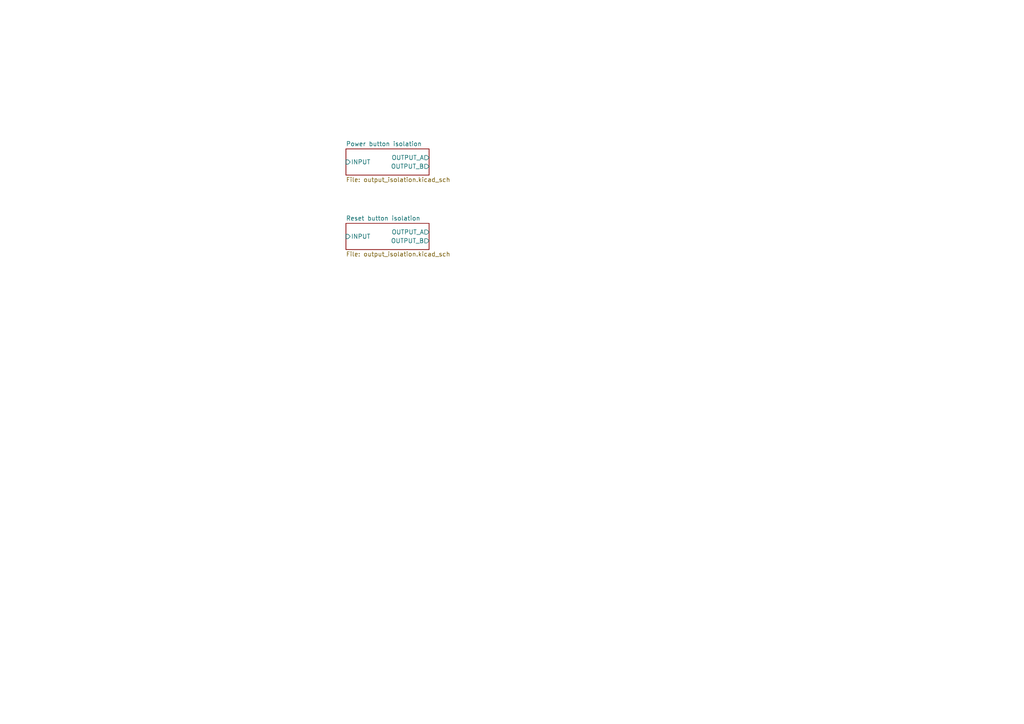
<source format=kicad_sch>
(kicad_sch
	(version 20231120)
	(generator "eeschema")
	(generator_version "8.0")
	(uuid "93ec4f7a-ca5b-4786-8e71-704bbeff7a53")
	(paper "A4")
	(lib_symbols)
	(sheet
		(at 100.33 43.18)
		(size 24.13 7.62)
		(fields_autoplaced yes)
		(stroke
			(width 0.1524)
			(type solid)
		)
		(fill
			(color 0 0 0 0.0000)
		)
		(uuid "0326bad9-39c8-41ed-b9ae-b315996159d9")
		(property "Sheetname" "Power button isolation"
			(at 100.33 42.4684 0)
			(effects
				(font
					(size 1.27 1.27)
				)
				(justify left bottom)
			)
		)
		(property "Sheetfile" "output_isolation.kicad_sch"
			(at 100.33 51.3846 0)
			(effects
				(font
					(size 1.27 1.27)
				)
				(justify left top)
			)
		)
		(pin "OUTPUT_A" output
			(at 124.46 45.72 0)
			(effects
				(font
					(size 1.27 1.27)
				)
				(justify right)
			)
			(uuid "bc65157e-f136-4d33-bb70-98465c197fbf")
		)
		(pin "OUTPUT_B" output
			(at 124.46 48.26 0)
			(effects
				(font
					(size 1.27 1.27)
				)
				(justify right)
			)
			(uuid "406c63da-b8a4-4bb8-9ac4-7788362f1c7b")
		)
		(pin "INPUT" input
			(at 100.33 46.99 180)
			(effects
				(font
					(size 1.27 1.27)
				)
				(justify left)
			)
			(uuid "d3b7f7cf-5323-40e2-8653-995890b44349")
		)
		(instances
			(project "cx-power-control"
				(path "/bb2bfe98-6e27-483c-9a1b-b3b425ec611e/d269ac6a-1cc7-4ed8-a753-05d6adaadd07"
					(page "6")
				)
			)
		)
	)
	(sheet
		(at 100.33 64.77)
		(size 24.13 7.62)
		(fields_autoplaced yes)
		(stroke
			(width 0.1524)
			(type solid)
		)
		(fill
			(color 0 0 0 0.0000)
		)
		(uuid "3857edae-9acb-4d8d-b96f-3051a55c8cf8")
		(property "Sheetname" "Reset button isolation"
			(at 100.33 64.0584 0)
			(effects
				(font
					(size 1.27 1.27)
				)
				(justify left bottom)
			)
		)
		(property "Sheetfile" "output_isolation.kicad_sch"
			(at 100.33 72.9746 0)
			(effects
				(font
					(size 1.27 1.27)
				)
				(justify left top)
			)
		)
		(pin "OUTPUT_A" output
			(at 124.46 67.31 0)
			(effects
				(font
					(size 1.27 1.27)
				)
				(justify right)
			)
			(uuid "29013648-0b59-4d4b-a2d6-28b832b20bbf")
		)
		(pin "OUTPUT_B" output
			(at 124.46 69.85 0)
			(effects
				(font
					(size 1.27 1.27)
				)
				(justify right)
			)
			(uuid "970595ed-d0fc-48d3-8827-27a80cf44927")
		)
		(pin "INPUT" input
			(at 100.33 68.58 180)
			(effects
				(font
					(size 1.27 1.27)
				)
				(justify left)
			)
			(uuid "f51d0b7a-49ff-4442-9dc8-fd1330f25a70")
		)
		(instances
			(project "cx-power-control"
				(path "/bb2bfe98-6e27-483c-9a1b-b3b425ec611e/d269ac6a-1cc7-4ed8-a753-05d6adaadd07"
					(page "5")
				)
			)
		)
	)
)

</source>
